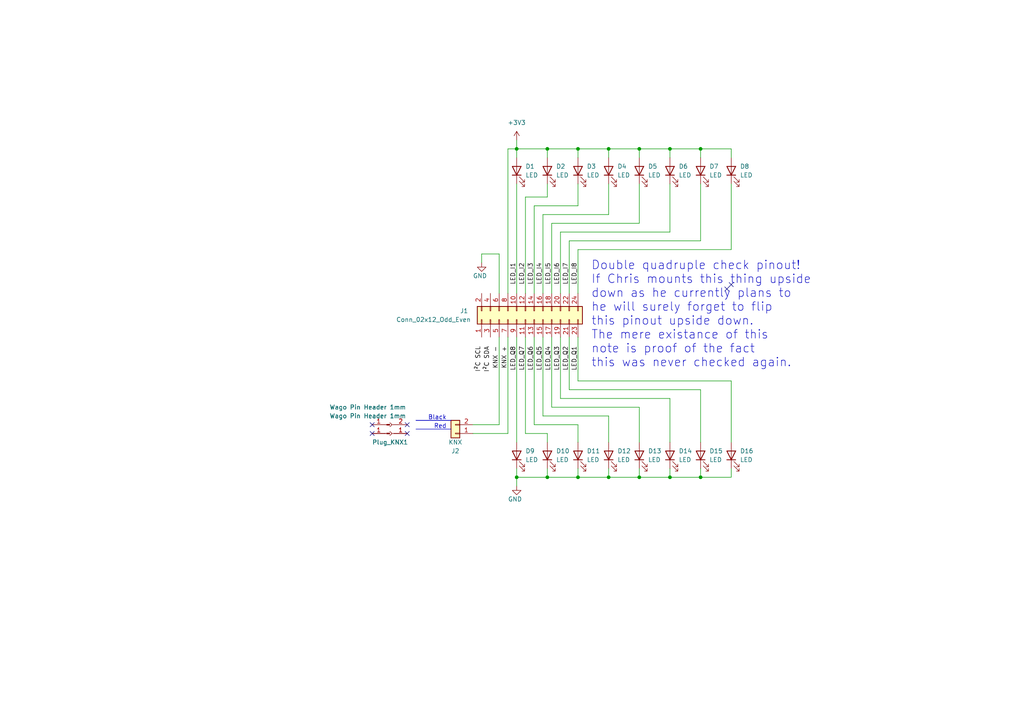
<source format=kicad_sch>
(kicad_sch (version 20230121) (generator eeschema)
  (paper "A4")
  (lib_symbols
    (symbol "Connector:Conn_01x01_Pin" (pin_names (offset 1.016) hide)
      (property "Reference" "J" (at 0 2.54 0))
      (property "Value" "Conn_01x01_Pin" (at 0 -2.54 0))
      (symbol "Conn_01x01_Pin_1_1"
        (polyline (pts (xy 1.27 0) (xy 0.8636 0)) (stroke (width 0.1524)))
        (rectangle (start 0.8636 0.127) (end 0 -0.127) (stroke (width 0.1524)) (fill (type outline)))
        (pin passive line (at 5.08 0 180) (length 3.81) (name "Pin_1") (number "1"))
      )
    )
    (symbol "Connector:Conn_01x02_Socket" (pin_names (offset 1.016) hide)
      (property "Reference" "J" (at 0 2.54 0))
      (property "Value" "Conn_01x02_Socket" (at 0 -5.08 0))
      (symbol "Conn_01x02_Socket_1_1"
        (arc (start 0 -2.032) (mid -0.5058 -2.54) (end 0 -3.048) (stroke (width 0.1524)))
        (polyline (pts (xy -1.27 -2.54) (xy -0.508 -2.54)) (stroke (width 0.1524)))
        (polyline (pts (xy -1.27 0) (xy -0.508 0)) (stroke (width 0.1524)))
        (arc (start 0 0.508) (mid -0.5058 0) (end 0 -0.508) (stroke (width 0.1524)))
        (pin passive line (at -5.08 0 0) (length 3.81) (name "Pin_1") (number "1"))
        (pin passive line (at -5.08 -2.54 0) (length 3.81) (name "Pin_2") (number "2"))
      )
    )
    (symbol "Connector_Generic:Conn_01x02" (pin_names (offset 1.016) hide)
      (property "Reference" "J" (at 0 2.54 0))
      (property "Value" "Conn_01x02" (at 0 -5.08 0))
      (symbol "Conn_01x02_1_1"
        (rectangle (start -1.27 -2.413) (end 0 -2.667) (stroke (width 0.1524)))
        (rectangle (start -1.27 0.127) (end 0 -0.127) (stroke (width 0.1524)))
        (rectangle (start -1.27 1.27) (end 1.27 -3.81) (stroke (width 0.254)) (fill (type background)))
        (pin passive line (at -5.08 0 0) (length 3.81) (name "Pin_1") (number "1"))
        (pin passive line (at -5.08 -2.54 0) (length 3.81) (name "Pin_2") (number "2"))
      )
    )
    (symbol "Connector_Generic:Conn_02x12_Odd_Even" (pin_names (offset 1.016) hide)
      (property "Reference" "J" (at 1.27 15.24 0))
      (property "Value" "Conn_02x12_Odd_Even" (at 1.27 -17.78 0))
      (symbol "Conn_02x12_Odd_Even_1_1"
        (rectangle (start -1.27 -15.113) (end 0 -15.367) (stroke (width 0.1524)))
        (rectangle (start -1.27 -12.573) (end 0 -12.827) (stroke (width 0.1524)))
        (rectangle (start -1.27 -10.033) (end 0 -10.287) (stroke (width 0.1524)))
        (rectangle (start -1.27 -7.493) (end 0 -7.747) (stroke (width 0.1524)))
        (rectangle (start -1.27 -4.953) (end 0 -5.207) (stroke (width 0.1524)))
        (rectangle (start -1.27 -2.413) (end 0 -2.667) (stroke (width 0.1524)))
        (rectangle (start -1.27 0.127) (end 0 -0.127) (stroke (width 0.1524)))
        (rectangle (start -1.27 2.667) (end 0 2.413) (stroke (width 0.1524)))
        (rectangle (start -1.27 5.207) (end 0 4.953) (stroke (width 0.1524)))
        (rectangle (start -1.27 7.747) (end 0 7.493) (stroke (width 0.1524)))
        (rectangle (start -1.27 10.287) (end 0 10.033) (stroke (width 0.1524)))
        (rectangle (start -1.27 12.827) (end 0 12.573) (stroke (width 0.1524)))
        (rectangle (start -1.27 13.97) (end 3.81 -16.51) (stroke (width 0.254)) (fill (type background)))
        (rectangle (start 3.81 -15.113) (end 2.54 -15.367) (stroke (width 0.1524)))
        (rectangle (start 3.81 -12.573) (end 2.54 -12.827) (stroke (width 0.1524)))
        (rectangle (start 3.81 -10.033) (end 2.54 -10.287) (stroke (width 0.1524)))
        (rectangle (start 3.81 -7.493) (end 2.54 -7.747) (stroke (width 0.1524)))
        (rectangle (start 3.81 -4.953) (end 2.54 -5.207) (stroke (width 0.1524)))
        (rectangle (start 3.81 -2.413) (end 2.54 -2.667) (stroke (width 0.1524)))
        (rectangle (start 3.81 0.127) (end 2.54 -0.127) (stroke (width 0.1524)))
        (rectangle (start 3.81 2.667) (end 2.54 2.413) (stroke (width 0.1524)))
        (rectangle (start 3.81 5.207) (end 2.54 4.953) (stroke (width 0.1524)))
        (rectangle (start 3.81 7.747) (end 2.54 7.493) (stroke (width 0.1524)))
        (rectangle (start 3.81 10.287) (end 2.54 10.033) (stroke (width 0.1524)))
        (rectangle (start 3.81 12.827) (end 2.54 12.573) (stroke (width 0.1524)))
        (pin passive line (at -5.08 12.7 0) (length 3.81) (name "Pin_1") (number "1"))
        (pin passive line (at 7.62 2.54 180) (length 3.81) (name "Pin_10") (number "10"))
        (pin passive line (at -5.08 0 0) (length 3.81) (name "Pin_11") (number "11"))
        (pin passive line (at 7.62 0 180) (length 3.81) (name "Pin_12") (number "12"))
        (pin passive line (at -5.08 -2.54 0) (length 3.81) (name "Pin_13") (number "13"))
        (pin passive line (at 7.62 -2.54 180) (length 3.81) (name "Pin_14") (number "14"))
        (pin passive line (at -5.08 -5.08 0) (length 3.81) (name "Pin_15") (number "15"))
        (pin passive line (at 7.62 -5.08 180) (length 3.81) (name "Pin_16") (number "16"))
        (pin passive line (at -5.08 -7.62 0) (length 3.81) (name "Pin_17") (number "17"))
        (pin passive line (at 7.62 -7.62 180) (length 3.81) (name "Pin_18") (number "18"))
        (pin passive line (at -5.08 -10.16 0) (length 3.81) (name "Pin_19") (number "19"))
        (pin passive line (at 7.62 12.7 180) (length 3.81) (name "Pin_2") (number "2"))
        (pin passive line (at 7.62 -10.16 180) (length 3.81) (name "Pin_20") (number "20"))
        (pin passive line (at -5.08 -12.7 0) (length 3.81) (name "Pin_21") (number "21"))
        (pin passive line (at 7.62 -12.7 180) (length 3.81) (name "Pin_22") (number "22"))
        (pin passive line (at -5.08 -15.24 0) (length 3.81) (name "Pin_23") (number "23"))
        (pin passive line (at 7.62 -15.24 180) (length 3.81) (name "Pin_24") (number "24"))
        (pin passive line (at -5.08 10.16 0) (length 3.81) (name "Pin_3") (number "3"))
        (pin passive line (at 7.62 10.16 180) (length 3.81) (name "Pin_4") (number "4"))
        (pin passive line (at -5.08 7.62 0) (length 3.81) (name "Pin_5") (number "5"))
        (pin passive line (at 7.62 7.62 180) (length 3.81) (name "Pin_6") (number "6"))
        (pin passive line (at -5.08 5.08 0) (length 3.81) (name "Pin_7") (number "7"))
        (pin passive line (at 7.62 5.08 180) (length 3.81) (name "Pin_8") (number "8"))
        (pin passive line (at -5.08 2.54 0) (length 3.81) (name "Pin_9") (number "9"))
      )
    )
    (symbol "Device:LED" (pin_numbers hide) (pin_names (offset 1.016) hide)
      (property "Reference" "D" (at 0 2.54 0))
      (property "Value" "LED" (at 0 -2.54 0))
      (symbol "LED_0_1"
        (polyline (pts (xy -1.27 -1.27) (xy -1.27 1.27)) (stroke (width 0.254)))
        (polyline (pts (xy -1.27 0) (xy 1.27 0)))
        (polyline (pts (xy 1.27 -1.27) (xy 1.27 1.27) (xy -1.27 0) (xy 1.27 -1.27)) (stroke (width 0.254)))
        (polyline (pts (xy -3.048 -0.762) (xy -4.572 -2.286) (xy -3.81 -2.286) (xy -4.572 -2.286) (xy -4.572 -1.524)))
        (polyline (pts (xy -1.778 -0.762) (xy -3.302 -2.286) (xy -2.54 -2.286) (xy -3.302 -2.286) (xy -3.302 -1.524)))
      )
      (symbol "LED_1_1"
        (pin passive line (at -3.81 0 0) (length 2.54) (name "K") (number "1"))
        (pin passive line (at 3.81 0 180) (length 2.54) (name "A") (number "2"))
      )
    )
    (symbol "power:+3V3" (power) (pin_names (offset 0))
      (property "Value" "+3V3" (at 0 3.556 0))
      (symbol "+3V3_0_1"
        (polyline (pts (xy -0.762 1.27) (xy 0 2.54)))
        (polyline (pts (xy 0 0) (xy 0 2.54)))
        (polyline (pts (xy 0 2.54) (xy 0.762 1.27)))
      )
      (symbol "+3V3_1_1"
        (pin power_in line (at 0 0 90) (length 0) hide (name "+3V3") (number "1"))
      )
    )
    (symbol "power:GND" (power) (pin_names (offset 0))
      (property "Value" "GND" (at 0 -3.81 0))
      (symbol "GND_0_1"
        (polyline (pts (xy 0 0) (xy 0 -1.27) (xy 1.27 -1.27) (xy 0 -2.54) (xy -1.27 -1.27) (xy 0 -1.27)))
      )
      (symbol "GND_1_1"
        (pin power_in line (at 0 0 270) (length 0) hide (name "GND") (number "1"))
      )
    )
  )
  (junction (at 176.53 43.18))
  (junction (at 149.86 138.43))
  (junction (at 167.64 43.18))
  (junction (at 167.64 138.43))
  (junction (at 176.53 138.43))
  (junction (at 194.31 138.43))
  (junction (at 149.86 43.18))
  (junction (at 203.2 138.43))
  (junction (at 194.31 43.18))
  (junction (at 185.42 43.18))
  (junction (at 185.42 138.43))
  (junction (at 158.75 43.18))
  (junction (at 203.2 43.18))
  (junction (at 158.75 138.43))
  (no_connect (at 107.95 125.73))
  (no_connect (at 118.11 123.19))
  (no_connect (at 118.11 125.73))
  (no_connect (at 210.82 83.82))
  (no_connect (at 212.09 82.55))
  (no_connect (at 107.95 123.19))
  (wire (pts (xy 176.53 120.65) (xy 157.48 120.65)))
  (polyline (pts (xy 130.81 121.92) (xy 120.65 121.92)) (stroke (width 0) (type solid)))
  (wire (pts (xy 149.86 135.89) (xy 149.86 138.43)))
  (wire (pts (xy 149.86 43.18) (xy 149.86 45.72)))
  (polyline (pts (xy 130.81 124.46) (xy 120.65 124.46)) (stroke (width 0) (type solid)))
  (wire (pts (xy 147.32 97.79) (xy 147.32 125.73)))
  (wire (pts (xy 147.32 125.73) (xy 137.16 125.73)))
  (wire (pts (xy 162.56 85.09) (xy 162.56 67.31)))
  (wire (pts (xy 185.42 118.11) (xy 185.42 128.27)))
  (wire (pts (xy 165.1 69.85) (xy 203.2 69.85)))
  (wire (pts (xy 203.2 135.89) (xy 203.2 138.43)))
  (wire (pts (xy 212.09 72.39) (xy 212.09 53.34)))
  (wire (pts (xy 158.75 138.43) (xy 158.75 135.89)))
  (wire (pts (xy 160.02 85.09) (xy 160.02 64.77)))
  (wire (pts (xy 149.86 138.43) (xy 158.75 138.43)))
  (wire (pts (xy 185.42 43.18) (xy 185.42 45.72)))
  (wire (pts (xy 176.53 135.89) (xy 176.53 138.43)))
  (wire (pts (xy 203.2 113.03) (xy 165.1 113.03)))
  (wire (pts (xy 167.64 43.18) (xy 176.53 43.18)))
  (wire (pts (xy 167.64 97.79) (xy 167.64 110.49)))
  (wire (pts (xy 167.64 85.09) (xy 167.64 72.39)))
  (wire (pts (xy 144.78 73.66) (xy 144.78 85.09)))
  (wire (pts (xy 154.94 59.69) (xy 154.94 85.09)))
  (wire (pts (xy 185.42 138.43) (xy 176.53 138.43)))
  (wire (pts (xy 139.7 76.2) (xy 139.7 73.66)))
  (wire (pts (xy 147.32 43.18) (xy 149.86 43.18)))
  (wire (pts (xy 149.86 43.18) (xy 158.75 43.18)))
  (wire (pts (xy 162.56 97.79) (xy 162.56 115.57)))
  (wire (pts (xy 194.31 135.89) (xy 194.31 138.43)))
  (wire (pts (xy 167.64 43.18) (xy 167.64 45.72)))
  (wire (pts (xy 157.48 62.23) (xy 176.53 62.23)))
  (wire (pts (xy 149.86 97.79) (xy 149.86 128.27)))
  (wire (pts (xy 160.02 64.77) (xy 185.42 64.77)))
  (wire (pts (xy 185.42 43.18) (xy 194.31 43.18)))
  (wire (pts (xy 149.86 40.64) (xy 149.86 43.18)))
  (wire (pts (xy 157.48 85.09) (xy 157.48 62.23)))
  (wire (pts (xy 194.31 115.57) (xy 194.31 128.27)))
  (wire (pts (xy 176.53 43.18) (xy 185.42 43.18)))
  (wire (pts (xy 212.09 135.89) (xy 212.09 138.43)))
  (wire (pts (xy 152.4 57.15) (xy 158.75 57.15)))
  (wire (pts (xy 176.53 62.23) (xy 176.53 53.34)))
  (wire (pts (xy 194.31 43.18) (xy 194.31 45.72)))
  (wire (pts (xy 203.2 69.85) (xy 203.2 53.34)))
  (wire (pts (xy 185.42 64.77) (xy 185.42 53.34)))
  (wire (pts (xy 144.78 97.79) (xy 144.78 123.19)))
  (wire (pts (xy 152.4 85.09) (xy 152.4 57.15)))
  (wire (pts (xy 194.31 67.31) (xy 194.31 53.34)))
  (wire (pts (xy 167.64 138.43) (xy 158.75 138.43)))
  (wire (pts (xy 158.75 43.18) (xy 158.75 45.72)))
  (wire (pts (xy 194.31 43.18) (xy 203.2 43.18)))
  (wire (pts (xy 167.64 123.19) (xy 167.64 128.27)))
  (wire (pts (xy 158.75 128.27) (xy 158.75 125.73)))
  (wire (pts (xy 167.64 59.69) (xy 154.94 59.69)))
  (wire (pts (xy 194.31 138.43) (xy 185.42 138.43)))
  (wire (pts (xy 212.09 138.43) (xy 203.2 138.43)))
  (wire (pts (xy 158.75 43.18) (xy 167.64 43.18)))
  (wire (pts (xy 203.2 43.18) (xy 212.09 43.18)))
  (wire (pts (xy 162.56 67.31) (xy 194.31 67.31)))
  (wire (pts (xy 149.86 138.43) (xy 149.86 140.97)))
  (wire (pts (xy 160.02 97.79) (xy 160.02 118.11)))
  (wire (pts (xy 167.64 72.39) (xy 212.09 72.39)))
  (wire (pts (xy 176.53 43.18) (xy 176.53 45.72)))
  (wire (pts (xy 157.48 120.65) (xy 157.48 97.79)))
  (wire (pts (xy 203.2 138.43) (xy 194.31 138.43)))
  (wire (pts (xy 212.09 43.18) (xy 212.09 45.72)))
  (wire (pts (xy 212.09 110.49) (xy 212.09 128.27)))
  (polyline (pts (xy 130.81 121.92) (xy 120.65 121.92)) (stroke (width 0) (type solid)))
  (wire (pts (xy 154.94 123.19) (xy 167.64 123.19)))
  (wire (pts (xy 152.4 125.73) (xy 152.4 97.79)))
  (wire (pts (xy 167.64 53.34) (xy 167.64 59.69)))
  (wire (pts (xy 176.53 128.27) (xy 176.53 120.65)))
  (wire (pts (xy 137.16 123.19) (xy 144.78 123.19)))
  (wire (pts (xy 139.7 73.66) (xy 144.78 73.66)))
  (wire (pts (xy 147.32 43.18) (xy 147.32 85.09)))
  (wire (pts (xy 167.64 135.89) (xy 167.64 138.43)))
  (wire (pts (xy 160.02 118.11) (xy 185.42 118.11)))
  (wire (pts (xy 149.86 53.34) (xy 149.86 85.09)))
  (wire (pts (xy 165.1 113.03) (xy 165.1 97.79)))
  (wire (pts (xy 185.42 135.89) (xy 185.42 138.43)))
  (wire (pts (xy 165.1 85.09) (xy 165.1 69.85)))
  (wire (pts (xy 167.64 110.49) (xy 212.09 110.49)))
  (wire (pts (xy 158.75 57.15) (xy 158.75 53.34)))
  (wire (pts (xy 176.53 138.43) (xy 167.64 138.43)))
  (wire (pts (xy 158.75 125.73) (xy 152.4 125.73)))
  (wire (pts (xy 203.2 128.27) (xy 203.2 113.03)))
  (wire (pts (xy 162.56 115.57) (xy 194.31 115.57)))
  (wire (pts (xy 203.2 43.18) (xy 203.2 45.72)))
  (wire (pts (xy 154.94 97.79) (xy 154.94 123.19)))
  (text "Black" (at 129.54 121.92 0) (effects (font (size 1.27 1.27)) (justify right bottom)))
  (text "Double quadruple check pinout!\nIf Chris mounts this thing upside\ndown as he currently plans to\nhe will surely forget to flip\nthis pinout upside down.\nThe mere existance of this\nnote is proof of the fact\nthis was never checked again." (at 171.45 106.68 0) (effects (font (size 2.5 2.5)) (justify left bottom)))
  (text "Red" (at 129.54 124.46 0) (effects (font (size 1.27 1.27)) (justify right bottom)))
  (label "LED_I7" (at 165.1 82.55 90))
  (label "LED_I3" (at 154.94 82.55 90))
  (label "LED_Q6" (at 154.94 100.33 270))
  (label "LED_I6" (at 162.56 82.55 90))
  (label "LED_Q8" (at 149.86 100.33 270))
  (label "LED_Q5" (at 157.48 100.33 270))
  (label "LED_I8" (at 167.64 82.55 90))
  (label "LED_I2" (at 152.4 82.55 90))
  (label "LED_I5" (at 160.02 82.55 90))
  (label "LED_Q4" (at 160.02 100.33 270))
  (label "LED_I1" (at 149.86 82.55 90))
  (label "LED_Q7" (at 152.4 100.33 270))
  (label "LED_Q2" (at 165.1 100.33 270))
  (label "KNX -" (at 144.78 100.33 270))
  (label "LED_Q3" (at 162.56 100.33 270))
  (label "I²C SDA" (at 142.24 100.33 270))
  (label "I²C SCL" (at 139.7 100.33 270))
  (label "LED_Q1" (at 167.64 100.33 270))
  (label "LED_I4" (at 157.48 82.55 90))
  (label "KNX +" (at 147.32 100.33 270))
  (symbol (lib_id "Device:LED") (at 149.86 49.53 90) (unit 1)
    (property "Reference" "D1" (at 152.4 48.26 90) (effects (justify right)))
    (property "Value" "LED " (at 152.4 50.8 90) (effects (justify right)))
    (property "Footprint" "LED_THT:LED_D5.0mm" (effects hide))
  )
  (symbol (lib_id "power:+3V3") (at 149.86 40.64 0) (unit 1)
    (property "Reference" "#PWR03" (effects hide))
    (property "Value" "+3V3" (at 149.86 35.56 0))
  )
  (symbol (lib_id "power:GND") (at 149.86 140.97 0) (unit 1)
    (property "Reference" "#PWR02" (effects hide))
    (property "Value" "GND" (at 147.32 144.78 0) (effects (justify left)))
  )
  (symbol (lib_id "Device:LED") (at 212.09 49.53 90) (unit 1)
    (property "Reference" "D8" (at 214.63 48.26 90) (effects (justify right)))
    (property "Value" "LED " (at 214.63 50.8 90) (effects (justify right)))
    (property "Footprint" "LED_THT:LED_D5.0mm" (effects hide))
  )
  (symbol (lib_id "Device:LED") (at 158.75 132.08 90) (unit 1)
    (property "Reference" "D10" (at 161.29 130.81 90) (effects (justify right)))
    (property "Value" "LED " (at 161.29 133.35 90) (effects (justify right)))
    (property "Footprint" "LED_THT:LED_D5.0mm" (effects hide))
  )
  (symbol (lib_id "Connector_Generic:Conn_02x12_Odd_Even") (at 152.4 92.71 90) (unit 1)
    (property "Reference" "J1" (at 134.62 90.17 90))
    (property "Value" "Conn_02x12_Odd_Even" (at 125.73 92.71 90))
    (property "Footprint" "Connector_PinHeader_2.54mm:PinHeader_2x12_P2.54mm_Vertical" (effects hide))
  )
  (symbol (lib_id "Device:LED") (at 212.09 132.08 90) (unit 1)
    (property "Reference" "D16" (at 214.63 130.81 90) (effects (justify right)))
    (property "Value" "LED " (at 214.63 133.35 90) (effects (justify right)))
    (property "Footprint" "LED_THT:LED_D5.0mm" (effects hide))
  )
  (symbol (lib_id "Device:LED") (at 149.86 132.08 90) (unit 1)
    (property "Reference" "D9" (at 152.4 130.81 90) (effects (justify right)))
    (property "Value" "LED " (at 152.4 133.35 90) (effects (justify right)))
    (property "Footprint" "LED_THT:LED_D5.0mm" (effects hide))
  )
  (symbol (lib_id "Connector:Conn_01x02_Socket") (at 113.03 125.73 180) (unit 1) (on_board no)
    (property "Reference" "Plug_KNX1" (at 107.95 128.27 0) (effects (justify right)))
    (property "Value" "Conn_01x02_Socket" (effects hide))
    (property "Footprint" "Wago 243-211" (effects hide))
  )
  (symbol (lib_id "Device:LED") (at 167.64 132.08 90) (unit 1)
    (property "Reference" "D11" (at 170.18 130.81 90) (effects (justify right)))
    (property "Value" "LED " (at 170.18 133.35 90) (effects (justify right)))
    (property "Footprint" "LED_THT:LED_D5.0mm" (effects hide))
  )
  (symbol (lib_id "Device:LED") (at 176.53 49.53 90) (unit 1)
    (property "Reference" "D4" (at 179.07 48.26 90) (effects (justify right)))
    (property "Value" "LED " (at 179.07 50.8 90) (effects (justify right)))
    (property "Footprint" "LED_THT:LED_D5.0mm" (effects hide))
  )
  (symbol (lib_id "Connector_Generic:Conn_01x02") (at 132.08 125.73 180) (unit 1) (in_bom no)
    (property "Reference" "J2" (at 132.08 130.81 0))
    (property "Value" "KNX" (at 132.08 128.27 0))
    (property "Footprint" "MeineBib:KNX_Header" (effects hide))
  )
  (symbol (lib_id "Device:LED") (at 167.64 49.53 90) (unit 1)
    (property "Reference" "D3" (at 170.18 48.26 90) (effects (justify right)))
    (property "Value" "LED " (at 170.18 50.8 90) (effects (justify right)))
    (property "Footprint" "LED_THT:LED_D5.0mm" (effects hide))
  )
  (symbol (lib_id "Device:LED") (at 203.2 132.08 90) (unit 1)
    (property "Reference" "D15" (at 205.74 130.81 90) (effects (justify right)))
    (property "Value" "LED " (at 205.74 133.35 90) (effects (justify right)))
    (property "Footprint" "LED_THT:LED_D5.0mm" (effects hide))
  )
  (symbol (lib_id "power:GND") (at 139.7 76.2 0) (unit 1)
    (property "Reference" "#PWR01" (effects hide))
    (property "Value" "GND" (at 137.16 80.01 0) (effects (justify left)))
  )
  (symbol (lib_id "Connector:Conn_01x01_Pin") (at 113.03 123.19 180) (unit 1) (on_board no)
    (property "Reference" "J4" (effects hide))
    (property "Value" "Wago Pin Header 1mm" (at 106.68 118.11 0))
  )
  (symbol (lib_id "Connector:Conn_01x01_Pin") (at 113.03 125.73 180) (unit 1) (on_board no)
    (property "Reference" "J3" (effects hide))
    (property "Value" "Wago Pin Header 1mm" (at 106.68 120.65 0))
  )
  (symbol (lib_id "Device:LED") (at 185.42 49.53 90) (unit 1)
    (property "Reference" "D5" (at 187.96 48.26 90) (effects (justify right)))
    (property "Value" "LED " (at 187.96 50.8 90) (effects (justify right)))
    (property "Footprint" "LED_THT:LED_D5.0mm" (effects hide))
  )
  (symbol (lib_id "Device:LED") (at 158.75 49.53 90) (unit 1)
    (property "Reference" "D2" (at 161.29 48.26 90) (effects (justify right)))
    (property "Value" "LED " (at 161.29 50.8 90) (effects (justify right)))
    (property "Footprint" "LED_THT:LED_D5.0mm" (effects hide))
  )
  (symbol (lib_id "Device:LED") (at 185.42 132.08 90) (unit 1)
    (property "Reference" "D13" (at 187.96 130.81 90) (effects (justify right)))
    (property "Value" "LED " (at 187.96 133.35 90) (effects (justify right)))
    (property "Footprint" "LED_THT:LED_D5.0mm" (effects hide))
  )
  (symbol (lib_id "Device:LED") (at 176.53 132.08 90) (unit 1)
    (property "Reference" "D12" (at 179.07 130.81 90) (effects (justify right)))
    (property "Value" "LED " (at 179.07 133.35 90) (effects (justify right)))
    (property "Footprint" "LED_THT:LED_D5.0mm" (effects hide))
  )
  (symbol (lib_id "Device:LED") (at 203.2 49.53 90) (unit 1)
    (property "Reference" "D7" (at 205.74 48.26 90) (effects (justify right)))
    (property "Value" "LED " (at 205.74 50.8 90) (effects (justify right)))
    (property "Footprint" "LED_THT:LED_D5.0mm" (effects hide))
  )
  (symbol (lib_id "Device:LED") (at 194.31 132.08 90) (unit 1)
    (property "Reference" "D14" (at 196.85 130.81 90) (effects (justify right)))
    (property "Value" "LED " (at 196.85 133.35 90) (effects (justify right)))
    (property "Footprint" "LED_THT:LED_D5.0mm" (effects hide))
  )
  (symbol (lib_id "Device:LED") (at 194.31 49.53 90) (unit 1)
    (property "Reference" "D6" (at 196.85 48.26 90) (effects (justify right)))
    (property "Value" "LED " (at 196.85 50.8 90) (effects (justify right)))
    (property "Footprint" "LED_THT:LED_D5.0mm" (effects hide))
  )
)
</source>
